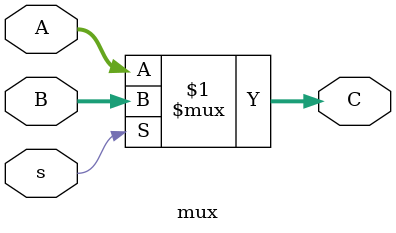
<source format=v>
`timescale 1ns / 1ps


module mux #(parameter n = 8)(
input [n-1:0] A,
input[n-1:0] B,
input s,
output[n-1:0] C
    );
    
 assign C = s? B:A;
endmodule

</source>
